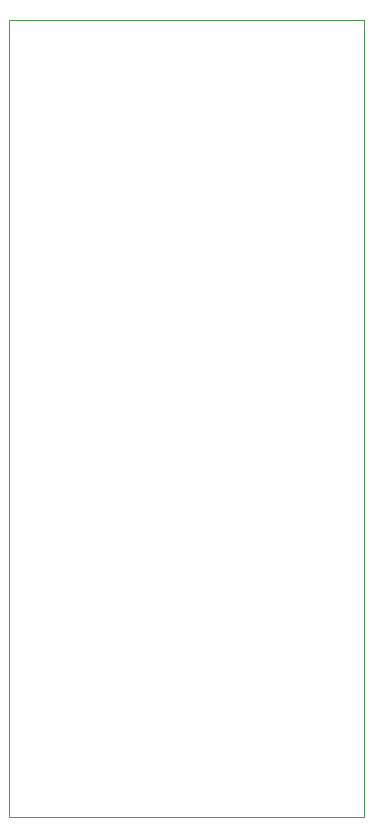
<source format=gm1>
G04 #@! TF.GenerationSoftware,KiCad,Pcbnew,7.0.2-0*
G04 #@! TF.CreationDate,2023-05-29T19:58:27+02:00*
G04 #@! TF.ProjectId,shmoergh-funk-live-voice,73686d6f-6572-4676-982d-66756e6b2d6c,rev?*
G04 #@! TF.SameCoordinates,Original*
G04 #@! TF.FileFunction,Profile,NP*
%FSLAX46Y46*%
G04 Gerber Fmt 4.6, Leading zero omitted, Abs format (unit mm)*
G04 Created by KiCad (PCBNEW 7.0.2-0) date 2023-05-29 19:58:27*
%MOMM*%
%LPD*%
G01*
G04 APERTURE LIST*
G04 #@! TA.AperFunction,Profile*
%ADD10C,0.100000*%
G04 #@! TD*
G04 APERTURE END LIST*
D10*
X125000000Y-50000000D02*
X155000000Y-50000000D01*
X155000000Y-117500000D01*
X125000000Y-117500000D01*
X125000000Y-50000000D01*
M02*

</source>
